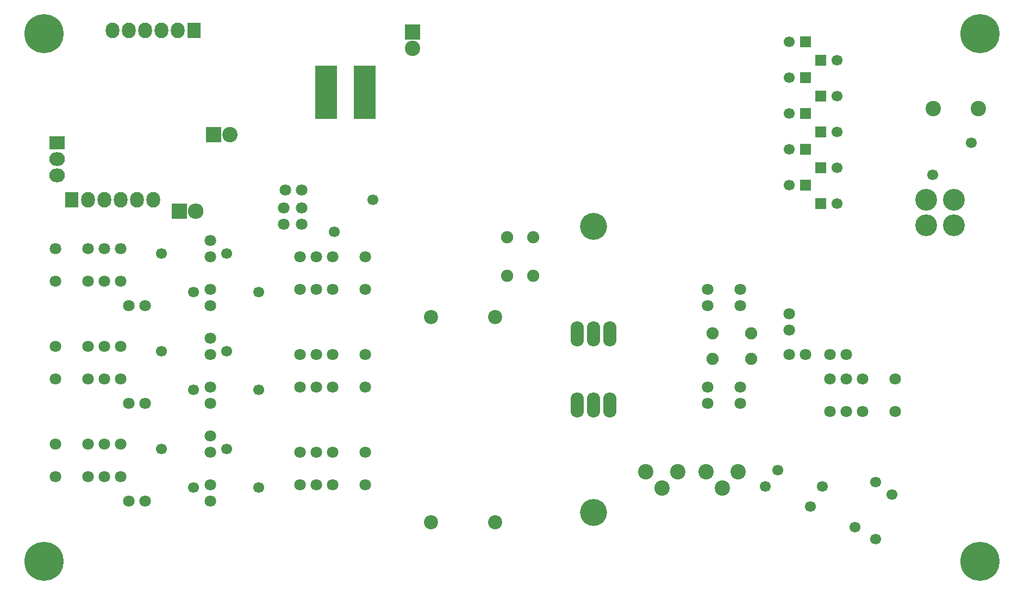
<source format=gbs>
G04 #@! TF.FileFunction,Soldermask,Bot*
%FSLAX46Y46*%
G04 Gerber Fmt 4.6, Leading zero omitted, Abs format (unit mm)*
G04 Created by KiCad (PCBNEW (2014-11-29 BZR 5307)-product) date Sat 04 Jul 2015 02:05:10 PM CDT*
%MOMM*%
G01*
G04 APERTURE LIST*
%ADD10C,0.100000*%
%ADD11C,2.400000*%
%ADD12O,2.099260X3.900120*%
%ADD13C,4.199840*%
%ADD14C,3.400000*%
%ADD15R,3.399740X8.400000*%
%ADD16C,1.700000*%
%ADD17C,1.800000*%
%ADD18R,2.398980X2.398980*%
%ADD19C,2.398980*%
%ADD20C,1.797000*%
%ADD21C,1.900000*%
%ADD22C,2.200000*%
%ADD23R,2.432000X2.127200*%
%ADD24O,2.432000X2.127200*%
%ADD25R,2.127200X2.432000*%
%ADD26O,2.127200X2.432000*%
%ADD27R,2.432000X2.432000*%
%ADD28O,2.432000X2.432000*%
%ADD29C,6.100000*%
%ADD30R,1.700000X1.700000*%
G04 APERTURE END LIST*
D10*
D11*
X191516000Y-117328000D03*
X189016000Y-114828000D03*
X194016000Y-114828000D03*
X182118000Y-117328000D03*
X179618000Y-114828000D03*
X184618000Y-114828000D03*
D12*
X171450000Y-104394000D03*
X173990000Y-104394000D03*
X168910000Y-104394000D03*
D13*
X171450000Y-121158000D03*
D12*
X171450000Y-93345000D03*
X168910000Y-93345000D03*
X173990000Y-93345000D03*
D13*
X171450000Y-76581000D03*
D14*
X227584000Y-72422000D03*
X227584000Y-76422000D03*
D15*
X135841740Y-55626000D03*
X129842260Y-55626000D03*
D16*
X224330000Y-68540000D03*
X230330000Y-63540000D03*
D17*
X218440000Y-100330000D03*
X213360000Y-100330000D03*
X210820000Y-100330000D03*
X208280000Y-100330000D03*
X208280000Y-105410000D03*
X210820000Y-105410000D03*
X213360000Y-105410000D03*
X218440000Y-105410000D03*
X87630000Y-100330000D03*
X92710000Y-100330000D03*
X95250000Y-100330000D03*
X97790000Y-100330000D03*
X97790000Y-95250000D03*
X95250000Y-95250000D03*
X92710000Y-95250000D03*
X87630000Y-95250000D03*
X87630000Y-115570000D03*
X92710000Y-115570000D03*
X95250000Y-115570000D03*
X97790000Y-115570000D03*
X97790000Y-110490000D03*
X95250000Y-110490000D03*
X92710000Y-110490000D03*
X87630000Y-110490000D03*
X135890000Y-111760000D03*
X130810000Y-111760000D03*
X128270000Y-111760000D03*
X125730000Y-111760000D03*
X125730000Y-116840000D03*
X128270000Y-116840000D03*
X130810000Y-116840000D03*
X135890000Y-116840000D03*
X135890000Y-96520000D03*
X130810000Y-96520000D03*
X128270000Y-96520000D03*
X125730000Y-96520000D03*
X125730000Y-101600000D03*
X128270000Y-101600000D03*
X130810000Y-101600000D03*
X135890000Y-101600000D03*
X135890000Y-81280000D03*
X130810000Y-81280000D03*
X128270000Y-81280000D03*
X125730000Y-81280000D03*
X125730000Y-86360000D03*
X128270000Y-86360000D03*
X130810000Y-86360000D03*
X135890000Y-86360000D03*
X87630000Y-85090000D03*
X92710000Y-85090000D03*
X95250000Y-85090000D03*
X97790000Y-85090000D03*
X97790000Y-80010000D03*
X95250000Y-80010000D03*
X92710000Y-80010000D03*
X87630000Y-80010000D03*
D16*
X198247000Y-117094000D03*
X207137000Y-117094000D03*
X200152000Y-114554000D03*
X205232000Y-120269000D03*
X215392000Y-116459000D03*
X215392000Y-125349000D03*
X217932000Y-118364000D03*
X212217000Y-123444000D03*
X119340000Y-86820000D03*
X114340000Y-80820000D03*
X119340000Y-102060000D03*
X114340000Y-96060000D03*
X109180000Y-86820000D03*
X104180000Y-80820000D03*
X131112000Y-77430000D03*
X137112000Y-72430000D03*
X109180000Y-102060000D03*
X104180000Y-96060000D03*
X109180000Y-117300000D03*
X104180000Y-111300000D03*
X119340000Y-117300000D03*
X114340000Y-111300000D03*
D18*
X143256000Y-46228000D03*
D19*
X143256000Y-48768000D03*
D20*
X111760000Y-116840000D03*
X111760000Y-119380000D03*
X111760000Y-101600000D03*
X111760000Y-104140000D03*
X111760000Y-86360000D03*
X111760000Y-88900000D03*
X125984000Y-70866000D03*
X123444000Y-70866000D03*
X111760000Y-111760000D03*
X111760000Y-109220000D03*
X111760000Y-96520000D03*
X111760000Y-93980000D03*
X111760000Y-81280000D03*
X111760000Y-78740000D03*
X125984000Y-76200000D03*
X125984000Y-73660000D03*
X101600000Y-119380000D03*
X99060000Y-119380000D03*
X101600000Y-104140000D03*
X99060000Y-104140000D03*
X101600000Y-88900000D03*
X99060000Y-88900000D03*
X123190000Y-76200000D03*
X123190000Y-73660000D03*
D14*
X223266000Y-76422000D03*
X223266000Y-72422000D03*
D11*
X231394000Y-58166000D03*
X224394000Y-58166000D03*
D20*
X208280000Y-96520000D03*
X210820000Y-96520000D03*
X201930000Y-96520000D03*
X204470000Y-96520000D03*
X201930000Y-90170000D03*
X201930000Y-92710000D03*
X189230000Y-101600000D03*
X189230000Y-104140000D03*
X189230000Y-86360000D03*
X189230000Y-88900000D03*
X194310000Y-101600000D03*
X194310000Y-104140000D03*
X194310000Y-86360000D03*
X194310000Y-88900000D03*
D21*
X196040000Y-93250000D03*
X190040000Y-93250000D03*
X196040000Y-97250000D03*
X190040000Y-97250000D03*
X162020000Y-84280000D03*
X162020000Y-78280000D03*
X158020000Y-84280000D03*
X158020000Y-78280000D03*
D22*
X156130000Y-90680000D03*
X146130000Y-90680000D03*
X156130000Y-122680000D03*
X146130000Y-122680000D03*
D23*
X87884000Y-63500000D03*
D24*
X87884000Y-66040000D03*
X87884000Y-68580000D03*
D18*
X112268000Y-62230000D03*
D19*
X114808000Y-62230000D03*
D25*
X90170000Y-72390000D03*
D26*
X92710000Y-72390000D03*
X95250000Y-72390000D03*
X97790000Y-72390000D03*
X100330000Y-72390000D03*
X102870000Y-72390000D03*
D27*
X106934000Y-74168000D03*
D28*
X109474000Y-74168000D03*
D25*
X109220000Y-45974000D03*
D26*
X106680000Y-45974000D03*
X104140000Y-45974000D03*
X101600000Y-45974000D03*
X99060000Y-45974000D03*
X96520000Y-45974000D03*
D29*
X231648000Y-46482000D03*
X231648000Y-128778000D03*
X85852000Y-128778000D03*
X85852000Y-46482000D03*
D30*
X206883000Y-50673000D03*
D16*
X209383000Y-50673000D03*
D30*
X206883000Y-56261000D03*
D16*
X209383000Y-56261000D03*
D30*
X206883000Y-61849000D03*
D16*
X209383000Y-61849000D03*
D30*
X206883000Y-67437000D03*
D16*
X209383000Y-67437000D03*
D30*
X206883000Y-73025000D03*
D16*
X209383000Y-73025000D03*
D30*
X204470000Y-70104000D03*
D16*
X201970000Y-70104000D03*
D30*
X204470000Y-64516000D03*
D16*
X201970000Y-64516000D03*
D30*
X204470000Y-58928000D03*
D16*
X201970000Y-58928000D03*
D30*
X204470000Y-53340000D03*
D16*
X201970000Y-53340000D03*
D30*
X204470000Y-47752000D03*
D16*
X201970000Y-47752000D03*
M02*

</source>
